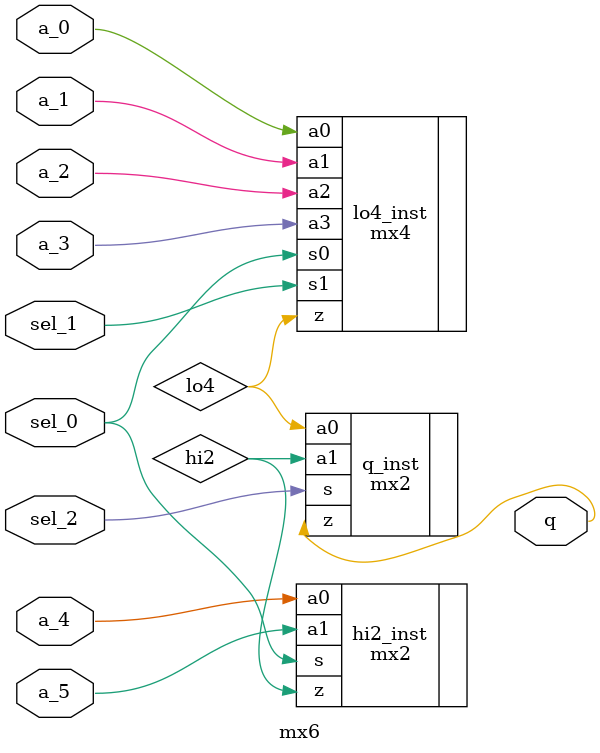
<source format=v>
`include "defs.v"

module mx6
(
	output q,
	input a_0,
	input a_1,
	input a_2,
	input a_3,
	input a_4,
	input a_5,
	input sel_0,
	input sel_1,
	input sel_2
);
wire lo4;
wire hi2;

// DUPLO.NET (436) - lo4 : mx4
mx4 lo4_inst
(
	.z(lo4), // OUT
	.a0(a_0), // IN
	.a1(a_1), // IN
	.a2(a_2), // IN
	.a3(a_3), // IN
	.s0(sel_0), // IN
	.s1(sel_1)  // IN
);

// DUPLO.NET (437) - hi2 : mx2
mx2 hi2_inst
(
	.z(hi2), // OUT
	.a0(a_4), // IN
	.a1(a_5), // IN
	.s(sel_0)  // IN
);

// DUPLO.NET (438) - q : mx2
mx2 q_inst
(
	.z(q), // OUT
	.a0(lo4), // IN
	.a1(hi2), // IN
	.s(sel_2)  // IN
);
endmodule

</source>
